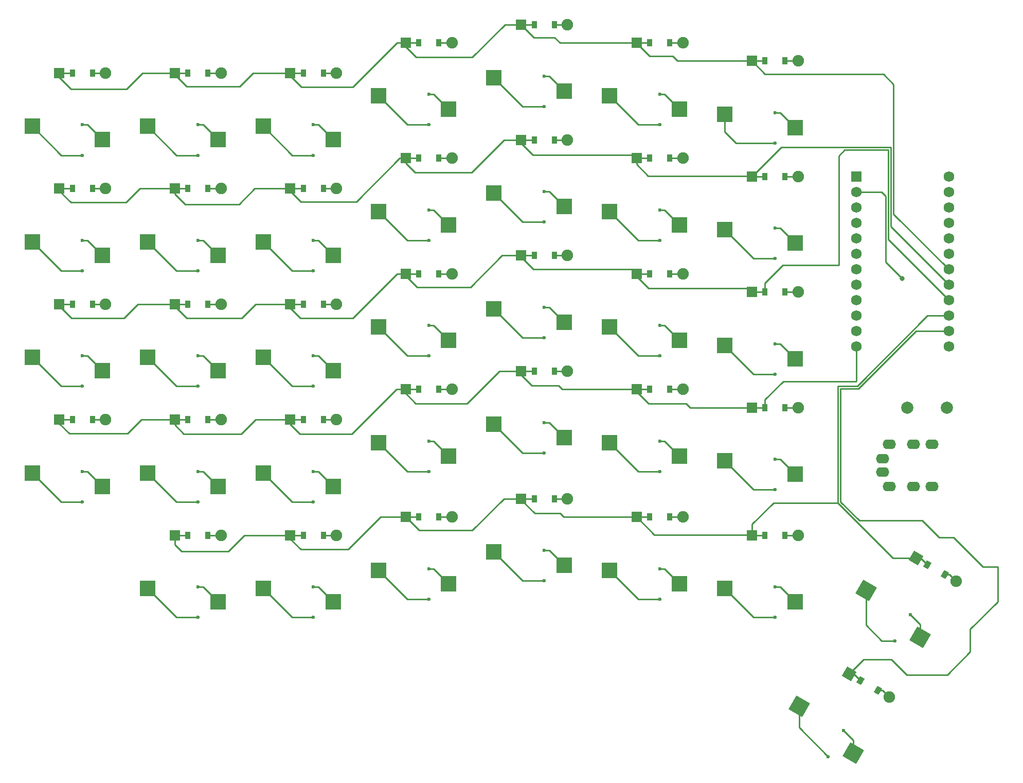
<source format=gbr>
%TF.GenerationSoftware,KiCad,Pcbnew,6.0.2*%
%TF.CreationDate,2022-02-19T14:05:47-05:00*%
%TF.ProjectId,jonkey-v1,6a6f6e6b-6579-42d7-9631-2e6b69636164,v1.0.0*%
%TF.SameCoordinates,Original*%
%TF.FileFunction,Copper,L2,Bot*%
%TF.FilePolarity,Positive*%
%FSLAX46Y46*%
G04 Gerber Fmt 4.6, Leading zero omitted, Abs format (unit mm)*
G04 Created by KiCad (PCBNEW 6.0.2) date 2022-02-19 14:05:47*
%MOMM*%
%LPD*%
G01*
G04 APERTURE LIST*
G04 Aperture macros list*
%AMRotRect*
0 Rectangle, with rotation*
0 The origin of the aperture is its center*
0 $1 length*
0 $2 width*
0 $3 Rotation angle, in degrees counterclockwise*
0 Add horizontal line*
21,1,$1,$2,0,0,$3*%
G04 Aperture macros list end*
%TA.AperFunction,SMDPad,CuDef*%
%ADD10R,0.900000X1.200000*%
%TD*%
%TA.AperFunction,ComponentPad*%
%ADD11C,1.905000*%
%TD*%
%TA.AperFunction,ComponentPad*%
%ADD12R,1.778000X1.778000*%
%TD*%
%TA.AperFunction,ComponentPad*%
%ADD13C,0.600000*%
%TD*%
%TA.AperFunction,SMDPad,CuDef*%
%ADD14R,2.600000X2.600000*%
%TD*%
%TA.AperFunction,SMDPad,CuDef*%
%ADD15RotRect,0.900000X1.200000X330.000000*%
%TD*%
%TA.AperFunction,ComponentPad*%
%ADD16RotRect,1.778000X1.778000X330.000000*%
%TD*%
%TA.AperFunction,SMDPad,CuDef*%
%ADD17RotRect,2.600000X2.600000X150.000000*%
%TD*%
%TA.AperFunction,ComponentPad*%
%ADD18R,1.752600X1.752600*%
%TD*%
%TA.AperFunction,ComponentPad*%
%ADD19C,1.752600*%
%TD*%
%TA.AperFunction,ComponentPad*%
%ADD20C,2.000000*%
%TD*%
%TA.AperFunction,ComponentPad*%
%ADD21O,2.200000X1.600000*%
%TD*%
%TA.AperFunction,ViaPad*%
%ADD22C,0.800000*%
%TD*%
%TA.AperFunction,Conductor*%
%ADD23C,0.250000*%
%TD*%
G04 APERTURE END LIST*
D10*
%TO.P,D1,2*%
%TO.N,macro_bottom*%
X66670000Y-100280000D03*
%TO.P,D1,1*%
%TO.N,P10*%
X63370000Y-100280000D03*
D11*
%TO.N,macro_bottom*%
X68830000Y-100280000D03*
D12*
%TO.P,D1,2*%
%TO.N,P10*%
X61210000Y-100280000D03*
%TD*%
D13*
%TO.P,REF\u002A\u002A,1*%
%TO.N,macro_bottom*%
X65020000Y-108780000D03*
%TD*%
%TO.P,REF\u002A\u002A,1*%
%TO.N,P16*%
X65020000Y-113780000D03*
%TD*%
D14*
%TO.P,S1,1*%
%TO.N,macro_bottom*%
X68295000Y-111230000D03*
%TO.P,S1,2*%
%TO.N,P16*%
X56745000Y-109030000D03*
%TD*%
D10*
%TO.P,D2,2*%
%TO.N,macro_home*%
X66670000Y-81280000D03*
%TO.P,D2,1*%
%TO.N,P6*%
X63370000Y-81280000D03*
D11*
%TO.N,macro_home*%
X68830000Y-81280000D03*
D12*
%TO.P,D2,2*%
%TO.N,P6*%
X61210000Y-81280000D03*
%TD*%
D13*
%TO.P,REF\u002A\u002A,1*%
%TO.N,macro_home*%
X65020000Y-89780000D03*
%TD*%
%TO.P,REF\u002A\u002A,1*%
%TO.N,P16*%
X65020000Y-94780000D03*
%TD*%
D14*
%TO.P,S2,1*%
%TO.N,macro_home*%
X68295000Y-92230000D03*
%TO.P,S2,2*%
%TO.N,P16*%
X56745000Y-90030000D03*
%TD*%
D10*
%TO.P,D3,2*%
%TO.N,macro_top*%
X66670000Y-62280000D03*
%TO.P,D3,1*%
%TO.N,P5*%
X63370000Y-62280000D03*
D11*
%TO.N,macro_top*%
X68830000Y-62280000D03*
D12*
%TO.P,D3,2*%
%TO.N,P5*%
X61210000Y-62280000D03*
%TD*%
D13*
%TO.P,REF\u002A\u002A,1*%
%TO.N,macro_top*%
X65020000Y-70780000D03*
%TD*%
%TO.P,REF\u002A\u002A,1*%
%TO.N,P16*%
X65020000Y-75780000D03*
%TD*%
D14*
%TO.P,S3,1*%
%TO.N,macro_top*%
X68295000Y-73230000D03*
%TO.P,S3,2*%
%TO.N,P16*%
X56745000Y-71030000D03*
%TD*%
D10*
%TO.P,D4,2*%
%TO.N,macro_numbers*%
X66670000Y-43280000D03*
%TO.P,D4,1*%
%TO.N,P4*%
X63370000Y-43280000D03*
D11*
%TO.N,macro_numbers*%
X68830000Y-43280000D03*
D12*
%TO.P,D4,2*%
%TO.N,P4*%
X61210000Y-43280000D03*
%TD*%
D13*
%TO.P,REF\u002A\u002A,1*%
%TO.N,macro_numbers*%
X65020000Y-51780000D03*
%TD*%
%TO.P,REF\u002A\u002A,1*%
%TO.N,P16*%
X65020000Y-56780000D03*
%TD*%
D14*
%TO.P,S4,1*%
%TO.N,macro_numbers*%
X68295000Y-54230000D03*
%TO.P,S4,2*%
%TO.N,P16*%
X56745000Y-52030000D03*
%TD*%
D10*
%TO.P,D5,2*%
%TO.N,command_bottom*%
X85670000Y-100280000D03*
%TO.P,D5,1*%
%TO.N,P10*%
X82370000Y-100280000D03*
D11*
%TO.N,command_bottom*%
X87830000Y-100280000D03*
D12*
%TO.P,D5,2*%
%TO.N,P10*%
X80210000Y-100280000D03*
%TD*%
D13*
%TO.P,REF\u002A\u002A,1*%
%TO.N,command_bottom*%
X84020000Y-108780000D03*
%TD*%
%TO.P,REF\u002A\u002A,1*%
%TO.N,P14*%
X84020000Y-113780000D03*
%TD*%
D14*
%TO.P,S5,1*%
%TO.N,command_bottom*%
X87295000Y-111230000D03*
%TO.P,S5,2*%
%TO.N,P14*%
X75745000Y-109030000D03*
%TD*%
D10*
%TO.P,D6,2*%
%TO.N,command_home*%
X85670000Y-81280000D03*
%TO.P,D6,1*%
%TO.N,P6*%
X82370000Y-81280000D03*
D11*
%TO.N,command_home*%
X87830000Y-81280000D03*
D12*
%TO.P,D6,2*%
%TO.N,P6*%
X80210000Y-81280000D03*
%TD*%
D13*
%TO.P,REF\u002A\u002A,1*%
%TO.N,command_home*%
X84020000Y-89780000D03*
%TD*%
%TO.P,REF\u002A\u002A,1*%
%TO.N,P14*%
X84020000Y-94780000D03*
%TD*%
D14*
%TO.P,S6,1*%
%TO.N,command_home*%
X87295000Y-92230000D03*
%TO.P,S6,2*%
%TO.N,P14*%
X75745000Y-90030000D03*
%TD*%
D10*
%TO.P,D7,2*%
%TO.N,command_top*%
X85670000Y-62280000D03*
%TO.P,D7,1*%
%TO.N,P5*%
X82370000Y-62280000D03*
D11*
%TO.N,command_top*%
X87830000Y-62280000D03*
D12*
%TO.P,D7,2*%
%TO.N,P5*%
X80210000Y-62280000D03*
%TD*%
D13*
%TO.P,REF\u002A\u002A,1*%
%TO.N,command_top*%
X84020000Y-70780000D03*
%TD*%
%TO.P,REF\u002A\u002A,1*%
%TO.N,P14*%
X84020000Y-75780000D03*
%TD*%
D14*
%TO.P,S7,1*%
%TO.N,command_top*%
X87295000Y-73230000D03*
%TO.P,S7,2*%
%TO.N,P14*%
X75745000Y-71030000D03*
%TD*%
D10*
%TO.P,D8,2*%
%TO.N,command_numbers*%
X85670000Y-43280000D03*
%TO.P,D8,1*%
%TO.N,P4*%
X82370000Y-43280000D03*
D11*
%TO.N,command_numbers*%
X87830000Y-43280000D03*
D12*
%TO.P,D8,2*%
%TO.N,P4*%
X80210000Y-43280000D03*
%TD*%
D13*
%TO.P,REF\u002A\u002A,1*%
%TO.N,command_numbers*%
X84020000Y-51780000D03*
%TD*%
%TO.P,REF\u002A\u002A,1*%
%TO.N,P14*%
X84020000Y-56780000D03*
%TD*%
D14*
%TO.P,S8,1*%
%TO.N,command_numbers*%
X87295000Y-54230000D03*
%TO.P,S8,2*%
%TO.N,P14*%
X75745000Y-52030000D03*
%TD*%
D10*
%TO.P,D9,2*%
%TO.N,pinky_bottom*%
X104670000Y-100280000D03*
%TO.P,D9,1*%
%TO.N,P10*%
X101370000Y-100280000D03*
D11*
%TO.N,pinky_bottom*%
X106830000Y-100280000D03*
D12*
%TO.P,D9,2*%
%TO.N,P10*%
X99210000Y-100280000D03*
%TD*%
D13*
%TO.P,REF\u002A\u002A,1*%
%TO.N,pinky_bottom*%
X103020000Y-108780000D03*
%TD*%
%TO.P,REF\u002A\u002A,1*%
%TO.N,P15*%
X103020000Y-113780000D03*
%TD*%
D14*
%TO.P,S9,1*%
%TO.N,pinky_bottom*%
X106295000Y-111230000D03*
%TO.P,S9,2*%
%TO.N,P15*%
X94745000Y-109030000D03*
%TD*%
D10*
%TO.P,D10,2*%
%TO.N,pinky_home*%
X104670000Y-81280000D03*
%TO.P,D10,1*%
%TO.N,P6*%
X101370000Y-81280000D03*
D11*
%TO.N,pinky_home*%
X106830000Y-81280000D03*
D12*
%TO.P,D10,2*%
%TO.N,P6*%
X99210000Y-81280000D03*
%TD*%
D13*
%TO.P,REF\u002A\u002A,1*%
%TO.N,pinky_home*%
X103020000Y-89780000D03*
%TD*%
%TO.P,REF\u002A\u002A,1*%
%TO.N,P15*%
X103020000Y-94780000D03*
%TD*%
D14*
%TO.P,S10,1*%
%TO.N,pinky_home*%
X106295000Y-92230000D03*
%TO.P,S10,2*%
%TO.N,P15*%
X94745000Y-90030000D03*
%TD*%
D10*
%TO.P,D11,2*%
%TO.N,pinky_top*%
X104670000Y-62280000D03*
%TO.P,D11,1*%
%TO.N,P5*%
X101370000Y-62280000D03*
D11*
%TO.N,pinky_top*%
X106830000Y-62280000D03*
D12*
%TO.P,D11,2*%
%TO.N,P5*%
X99210000Y-62280000D03*
%TD*%
D13*
%TO.P,REF\u002A\u002A,1*%
%TO.N,pinky_top*%
X103020000Y-70780000D03*
%TD*%
%TO.P,REF\u002A\u002A,1*%
%TO.N,P15*%
X103020000Y-75780000D03*
%TD*%
D14*
%TO.P,S11,1*%
%TO.N,pinky_top*%
X106295000Y-73230000D03*
%TO.P,S11,2*%
%TO.N,P15*%
X94745000Y-71030000D03*
%TD*%
D10*
%TO.P,D12,2*%
%TO.N,pinky_numbers*%
X104670000Y-43280000D03*
%TO.P,D12,1*%
%TO.N,P4*%
X101370000Y-43280000D03*
D11*
%TO.N,pinky_numbers*%
X106830000Y-43280000D03*
D12*
%TO.P,D12,2*%
%TO.N,P4*%
X99210000Y-43280000D03*
%TD*%
D13*
%TO.P,REF\u002A\u002A,1*%
%TO.N,pinky_numbers*%
X103020000Y-51780000D03*
%TD*%
%TO.P,REF\u002A\u002A,1*%
%TO.N,P15*%
X103020000Y-56780000D03*
%TD*%
D14*
%TO.P,S12,1*%
%TO.N,pinky_numbers*%
X106295000Y-54230000D03*
%TO.P,S12,2*%
%TO.N,P15*%
X94745000Y-52030000D03*
%TD*%
D10*
%TO.P,D13,2*%
%TO.N,ring_bottom*%
X123670000Y-95280000D03*
%TO.P,D13,1*%
%TO.N,P10*%
X120370000Y-95280000D03*
D11*
%TO.N,ring_bottom*%
X125830000Y-95280000D03*
D12*
%TO.P,D13,2*%
%TO.N,P10*%
X118210000Y-95280000D03*
%TD*%
D13*
%TO.P,REF\u002A\u002A,1*%
%TO.N,ring_bottom*%
X122020000Y-103780000D03*
%TD*%
%TO.P,REF\u002A\u002A,1*%
%TO.N,P18*%
X122020000Y-108780000D03*
%TD*%
D14*
%TO.P,S13,1*%
%TO.N,ring_bottom*%
X125295000Y-106230000D03*
%TO.P,S13,2*%
%TO.N,P18*%
X113745000Y-104030000D03*
%TD*%
D10*
%TO.P,D14,2*%
%TO.N,ring_home*%
X123670000Y-76280000D03*
%TO.P,D14,1*%
%TO.N,P6*%
X120370000Y-76280000D03*
D11*
%TO.N,ring_home*%
X125830000Y-76280000D03*
D12*
%TO.P,D14,2*%
%TO.N,P6*%
X118210000Y-76280000D03*
%TD*%
D13*
%TO.P,REF\u002A\u002A,1*%
%TO.N,ring_home*%
X122020000Y-84780000D03*
%TD*%
%TO.P,REF\u002A\u002A,1*%
%TO.N,P18*%
X122020000Y-89780000D03*
%TD*%
D14*
%TO.P,S14,1*%
%TO.N,ring_home*%
X125295000Y-87230000D03*
%TO.P,S14,2*%
%TO.N,P18*%
X113745000Y-85030000D03*
%TD*%
D10*
%TO.P,D15,2*%
%TO.N,ring_top*%
X123670000Y-57280000D03*
%TO.P,D15,1*%
%TO.N,P5*%
X120370000Y-57280000D03*
D11*
%TO.N,ring_top*%
X125830000Y-57280000D03*
D12*
%TO.P,D15,2*%
%TO.N,P5*%
X118210000Y-57280000D03*
%TD*%
D13*
%TO.P,REF\u002A\u002A,1*%
%TO.N,ring_top*%
X122020000Y-65780000D03*
%TD*%
%TO.P,REF\u002A\u002A,1*%
%TO.N,P18*%
X122020000Y-70780000D03*
%TD*%
D14*
%TO.P,S15,1*%
%TO.N,ring_top*%
X125295000Y-68230000D03*
%TO.P,S15,2*%
%TO.N,P18*%
X113745000Y-66030000D03*
%TD*%
D10*
%TO.P,D16,2*%
%TO.N,ring_numbers*%
X123670000Y-38280000D03*
%TO.P,D16,1*%
%TO.N,P4*%
X120370000Y-38280000D03*
D11*
%TO.N,ring_numbers*%
X125830000Y-38280000D03*
D12*
%TO.P,D16,2*%
%TO.N,P4*%
X118210000Y-38280000D03*
%TD*%
D13*
%TO.P,REF\u002A\u002A,1*%
%TO.N,ring_numbers*%
X122020000Y-46780000D03*
%TD*%
%TO.P,REF\u002A\u002A,1*%
%TO.N,P18*%
X122020000Y-51780000D03*
%TD*%
D14*
%TO.P,S16,1*%
%TO.N,ring_numbers*%
X125295000Y-49230000D03*
%TO.P,S16,2*%
%TO.N,P18*%
X113745000Y-47030000D03*
%TD*%
D10*
%TO.P,D17,2*%
%TO.N,middle_bottom*%
X142670000Y-92280000D03*
%TO.P,D17,1*%
%TO.N,P10*%
X139370000Y-92280000D03*
D11*
%TO.N,middle_bottom*%
X144830000Y-92280000D03*
D12*
%TO.P,D17,2*%
%TO.N,P10*%
X137210000Y-92280000D03*
%TD*%
D13*
%TO.P,REF\u002A\u002A,1*%
%TO.N,middle_bottom*%
X141020000Y-100780000D03*
%TD*%
%TO.P,REF\u002A\u002A,1*%
%TO.N,P19*%
X141020000Y-105780000D03*
%TD*%
D14*
%TO.P,S17,1*%
%TO.N,middle_bottom*%
X144295000Y-103230000D03*
%TO.P,S17,2*%
%TO.N,P19*%
X132745000Y-101030000D03*
%TD*%
D10*
%TO.P,D18,2*%
%TO.N,middle_home*%
X142670000Y-73280000D03*
%TO.P,D18,1*%
%TO.N,P6*%
X139370000Y-73280000D03*
D11*
%TO.N,middle_home*%
X144830000Y-73280000D03*
D12*
%TO.P,D18,2*%
%TO.N,P6*%
X137210000Y-73280000D03*
%TD*%
D13*
%TO.P,REF\u002A\u002A,1*%
%TO.N,middle_home*%
X141020000Y-81780000D03*
%TD*%
%TO.P,REF\u002A\u002A,1*%
%TO.N,P19*%
X141020000Y-86780000D03*
%TD*%
D14*
%TO.P,S18,1*%
%TO.N,middle_home*%
X144295000Y-84230000D03*
%TO.P,S18,2*%
%TO.N,P19*%
X132745000Y-82030000D03*
%TD*%
D10*
%TO.P,D19,2*%
%TO.N,middle_top*%
X142670000Y-54280000D03*
%TO.P,D19,1*%
%TO.N,P5*%
X139370000Y-54280000D03*
D11*
%TO.N,middle_top*%
X144830000Y-54280000D03*
D12*
%TO.P,D19,2*%
%TO.N,P5*%
X137210000Y-54280000D03*
%TD*%
D13*
%TO.P,REF\u002A\u002A,1*%
%TO.N,middle_top*%
X141020000Y-62780000D03*
%TD*%
%TO.P,REF\u002A\u002A,1*%
%TO.N,P19*%
X141020000Y-67780000D03*
%TD*%
D14*
%TO.P,S19,1*%
%TO.N,middle_top*%
X144295000Y-65230000D03*
%TO.P,S19,2*%
%TO.N,P19*%
X132745000Y-63030000D03*
%TD*%
D10*
%TO.P,D20,2*%
%TO.N,middle_numbers*%
X142670000Y-35280000D03*
%TO.P,D20,1*%
%TO.N,P4*%
X139370000Y-35280000D03*
D11*
%TO.N,middle_numbers*%
X144830000Y-35280000D03*
D12*
%TO.P,D20,2*%
%TO.N,P4*%
X137210000Y-35280000D03*
%TD*%
D13*
%TO.P,REF\u002A\u002A,1*%
%TO.N,middle_numbers*%
X141020000Y-43780000D03*
%TD*%
%TO.P,REF\u002A\u002A,1*%
%TO.N,P19*%
X141020000Y-48780000D03*
%TD*%
D14*
%TO.P,S20,1*%
%TO.N,middle_numbers*%
X144295000Y-46230000D03*
%TO.P,S20,2*%
%TO.N,P19*%
X132745000Y-44030000D03*
%TD*%
D10*
%TO.P,D21,2*%
%TO.N,index_bottom*%
X161670000Y-95280000D03*
%TO.P,D21,1*%
%TO.N,P10*%
X158370000Y-95280000D03*
D11*
%TO.N,index_bottom*%
X163830000Y-95280000D03*
D12*
%TO.P,D21,2*%
%TO.N,P10*%
X156210000Y-95280000D03*
%TD*%
D13*
%TO.P,REF\u002A\u002A,1*%
%TO.N,index_bottom*%
X160020000Y-103780000D03*
%TD*%
%TO.P,REF\u002A\u002A,1*%
%TO.N,P20*%
X160020000Y-108780000D03*
%TD*%
D14*
%TO.P,S21,1*%
%TO.N,index_bottom*%
X163295000Y-106230000D03*
%TO.P,S21,2*%
%TO.N,P20*%
X151745000Y-104030000D03*
%TD*%
D10*
%TO.P,D22,2*%
%TO.N,index_home*%
X161670000Y-76280000D03*
%TO.P,D22,1*%
%TO.N,P6*%
X158370000Y-76280000D03*
D11*
%TO.N,index_home*%
X163830000Y-76280000D03*
D12*
%TO.P,D22,2*%
%TO.N,P6*%
X156210000Y-76280000D03*
%TD*%
D13*
%TO.P,REF\u002A\u002A,1*%
%TO.N,index_home*%
X160020000Y-84780000D03*
%TD*%
%TO.P,REF\u002A\u002A,1*%
%TO.N,P20*%
X160020000Y-89780000D03*
%TD*%
D14*
%TO.P,S22,1*%
%TO.N,index_home*%
X163295000Y-87230000D03*
%TO.P,S22,2*%
%TO.N,P20*%
X151745000Y-85030000D03*
%TD*%
D10*
%TO.P,D23,2*%
%TO.N,index_top*%
X161670000Y-57280000D03*
%TO.P,D23,1*%
%TO.N,P5*%
X158370000Y-57280000D03*
D11*
%TO.N,index_top*%
X163830000Y-57280000D03*
D12*
%TO.P,D23,2*%
%TO.N,P5*%
X156210000Y-57280000D03*
%TD*%
D13*
%TO.P,REF\u002A\u002A,1*%
%TO.N,index_top*%
X160020000Y-65780000D03*
%TD*%
%TO.P,REF\u002A\u002A,1*%
%TO.N,P20*%
X160020000Y-70780000D03*
%TD*%
D14*
%TO.P,S23,1*%
%TO.N,index_top*%
X163295000Y-68230000D03*
%TO.P,S23,2*%
%TO.N,P20*%
X151745000Y-66030000D03*
%TD*%
D10*
%TO.P,D24,2*%
%TO.N,index_numbers*%
X161670000Y-38280000D03*
%TO.P,D24,1*%
%TO.N,P4*%
X158370000Y-38280000D03*
D11*
%TO.N,index_numbers*%
X163830000Y-38280000D03*
D12*
%TO.P,D24,2*%
%TO.N,P4*%
X156210000Y-38280000D03*
%TD*%
D13*
%TO.P,REF\u002A\u002A,1*%
%TO.N,index_numbers*%
X160020000Y-46780000D03*
%TD*%
%TO.P,REF\u002A\u002A,1*%
%TO.N,P20*%
X160020000Y-51780000D03*
%TD*%
D14*
%TO.P,S24,1*%
%TO.N,index_numbers*%
X163295000Y-49230000D03*
%TO.P,S24,2*%
%TO.N,P20*%
X151745000Y-47030000D03*
%TD*%
D10*
%TO.P,D25,2*%
%TO.N,inner_bottom*%
X180670000Y-98280000D03*
%TO.P,D25,1*%
%TO.N,P10*%
X177370000Y-98280000D03*
D11*
%TO.N,inner_bottom*%
X182830000Y-98280000D03*
D12*
%TO.P,D25,2*%
%TO.N,P10*%
X175210000Y-98280000D03*
%TD*%
D13*
%TO.P,REF\u002A\u002A,1*%
%TO.N,inner_bottom*%
X179020000Y-106780000D03*
%TD*%
%TO.P,REF\u002A\u002A,1*%
%TO.N,P21*%
X179020000Y-111780000D03*
%TD*%
D14*
%TO.P,S25,1*%
%TO.N,inner_bottom*%
X182295000Y-109230000D03*
%TO.P,S25,2*%
%TO.N,P21*%
X170745000Y-107030000D03*
%TD*%
D10*
%TO.P,D26,2*%
%TO.N,inner_home*%
X180670000Y-79280000D03*
%TO.P,D26,1*%
%TO.N,P6*%
X177370000Y-79280000D03*
D11*
%TO.N,inner_home*%
X182830000Y-79280000D03*
D12*
%TO.P,D26,2*%
%TO.N,P6*%
X175210000Y-79280000D03*
%TD*%
D13*
%TO.P,REF\u002A\u002A,1*%
%TO.N,inner_home*%
X179020000Y-87780000D03*
%TD*%
%TO.P,REF\u002A\u002A,1*%
%TO.N,P21*%
X179020000Y-92780000D03*
%TD*%
D14*
%TO.P,S26,1*%
%TO.N,inner_home*%
X182295000Y-90230000D03*
%TO.P,S26,2*%
%TO.N,P21*%
X170745000Y-88030000D03*
%TD*%
D10*
%TO.P,D27,2*%
%TO.N,inner_top*%
X180670000Y-60280000D03*
%TO.P,D27,1*%
%TO.N,P5*%
X177370000Y-60280000D03*
D11*
%TO.N,inner_top*%
X182830000Y-60280000D03*
D12*
%TO.P,D27,2*%
%TO.N,P5*%
X175210000Y-60280000D03*
%TD*%
D13*
%TO.P,REF\u002A\u002A,1*%
%TO.N,inner_top*%
X179020000Y-68780000D03*
%TD*%
%TO.P,REF\u002A\u002A,1*%
%TO.N,P21*%
X179020000Y-73780000D03*
%TD*%
D14*
%TO.P,S27,1*%
%TO.N,inner_top*%
X182295000Y-71230000D03*
%TO.P,S27,2*%
%TO.N,P21*%
X170745000Y-69030000D03*
%TD*%
D10*
%TO.P,D28,2*%
%TO.N,inner_numbers*%
X180670000Y-41280000D03*
%TO.P,D28,1*%
%TO.N,P4*%
X177370000Y-41280000D03*
D11*
%TO.N,inner_numbers*%
X182830000Y-41280000D03*
D12*
%TO.P,D28,2*%
%TO.N,P4*%
X175210000Y-41280000D03*
%TD*%
D13*
%TO.P,REF\u002A\u002A,1*%
%TO.N,inner_numbers*%
X179020000Y-49780000D03*
%TD*%
%TO.P,REF\u002A\u002A,1*%
%TO.N,P21*%
X179020000Y-54780000D03*
%TD*%
D14*
%TO.P,S28,1*%
%TO.N,inner_numbers*%
X182295000Y-52230000D03*
%TO.P,S28,2*%
%TO.N,P21*%
X170745000Y-50030000D03*
%TD*%
D10*
%TO.P,D29,2*%
%TO.N,index_thumb*%
X161670000Y-116280000D03*
%TO.P,D29,1*%
%TO.N,P7*%
X158370000Y-116280000D03*
D11*
%TO.N,index_thumb*%
X163830000Y-116280000D03*
D12*
%TO.P,D29,2*%
%TO.N,P7*%
X156210000Y-116280000D03*
%TD*%
D13*
%TO.P,REF\u002A\u002A,1*%
%TO.N,index_thumb*%
X160020000Y-124780000D03*
%TD*%
%TO.P,REF\u002A\u002A,1*%
%TO.N,P20*%
X160020000Y-129780000D03*
%TD*%
D14*
%TO.P,S29,1*%
%TO.N,index_thumb*%
X163295000Y-127230000D03*
%TO.P,S29,2*%
%TO.N,P20*%
X151745000Y-125030000D03*
%TD*%
D10*
%TO.P,D30,2*%
%TO.N,inner_thumb*%
X180670000Y-119280000D03*
%TO.P,D30,1*%
%TO.N,P7*%
X177370000Y-119280000D03*
D11*
%TO.N,inner_thumb*%
X182830000Y-119280000D03*
D12*
%TO.P,D30,2*%
%TO.N,P7*%
X175210000Y-119280000D03*
%TD*%
D13*
%TO.P,REF\u002A\u002A,1*%
%TO.N,inner_thumb*%
X179020000Y-127780000D03*
%TD*%
%TO.P,REF\u002A\u002A,1*%
%TO.N,P21*%
X179020000Y-132780000D03*
%TD*%
D14*
%TO.P,S30,1*%
%TO.N,inner_thumb*%
X182295000Y-130230000D03*
%TO.P,S30,2*%
%TO.N,P21*%
X170745000Y-128030000D03*
%TD*%
D15*
%TO.P,D31,2*%
%TO.N,far_thumb*%
X206948942Y-125774873D03*
%TO.P,D31,1*%
%TO.N,P7*%
X204091058Y-124124873D03*
D11*
%TO.N,far_thumb*%
X208819557Y-126854873D03*
D16*
%TO.P,D31,2*%
%TO.N,P7*%
X202220443Y-123044873D03*
%TD*%
D13*
%TO.P,REF\u002A\u002A,1*%
%TO.N,far_thumb*%
X201270000Y-132311089D03*
%TD*%
%TO.P,REF\u002A\u002A,1*%
%TO.N,P9*%
X198770000Y-136641216D03*
%TD*%
D17*
%TO.P,S31,1*%
%TO.N,far_thumb*%
X202881233Y-136070351D03*
%TO.P,S31,2*%
%TO.N,P9*%
X193978640Y-128390095D03*
%TD*%
D15*
%TO.P,D32,2*%
%TO.N,near_thumb*%
X195948942Y-144827432D03*
%TO.P,D32,1*%
%TO.N,P8*%
X193091058Y-143177432D03*
D11*
%TO.N,near_thumb*%
X197819557Y-145907432D03*
D16*
%TO.P,D32,2*%
%TO.N,P8*%
X191220443Y-142097432D03*
%TD*%
D13*
%TO.P,REF\u002A\u002A,1*%
%TO.N,near_thumb*%
X190270000Y-151363648D03*
%TD*%
%TO.P,REF\u002A\u002A,1*%
%TO.N,P9*%
X187770000Y-155693775D03*
%TD*%
D17*
%TO.P,S32,1*%
%TO.N,near_thumb*%
X191881233Y-155122910D03*
%TO.P,S32,2*%
%TO.N,P9*%
X182978640Y-147442654D03*
%TD*%
D10*
%TO.P,D33,2*%
%TO.N,ctrl_thumb*%
X85670000Y-119280000D03*
%TO.P,D33,1*%
%TO.N,P7*%
X82370000Y-119280000D03*
D11*
%TO.N,ctrl_thumb*%
X87830000Y-119280000D03*
D12*
%TO.P,D33,2*%
%TO.N,P7*%
X80210000Y-119280000D03*
%TD*%
D13*
%TO.P,REF\u002A\u002A,1*%
%TO.N,ctrl_thumb*%
X84020000Y-127780000D03*
%TD*%
%TO.P,REF\u002A\u002A,1*%
%TO.N,P14*%
X84020000Y-132780000D03*
%TD*%
D14*
%TO.P,S33,1*%
%TO.N,ctrl_thumb*%
X87295000Y-130230000D03*
%TO.P,S33,2*%
%TO.N,P14*%
X75745000Y-128030000D03*
%TD*%
D10*
%TO.P,D34,2*%
%TO.N,meta_thumb*%
X104670000Y-119280000D03*
%TO.P,D34,1*%
%TO.N,P7*%
X101370000Y-119280000D03*
D11*
%TO.N,meta_thumb*%
X106830000Y-119280000D03*
D12*
%TO.P,D34,2*%
%TO.N,P7*%
X99210000Y-119280000D03*
%TD*%
D13*
%TO.P,REF\u002A\u002A,1*%
%TO.N,meta_thumb*%
X103020000Y-127780000D03*
%TD*%
%TO.P,REF\u002A\u002A,1*%
%TO.N,P15*%
X103020000Y-132780000D03*
%TD*%
D14*
%TO.P,S34,1*%
%TO.N,meta_thumb*%
X106295000Y-130230000D03*
%TO.P,S34,2*%
%TO.N,P15*%
X94745000Y-128030000D03*
%TD*%
D10*
%TO.P,D35,2*%
%TO.N,alt_thumb*%
X123670000Y-116280000D03*
%TO.P,D35,1*%
%TO.N,P7*%
X120370000Y-116280000D03*
D11*
%TO.N,alt_thumb*%
X125830000Y-116280000D03*
D12*
%TO.P,D35,2*%
%TO.N,P7*%
X118210000Y-116280000D03*
%TD*%
D13*
%TO.P,REF\u002A\u002A,1*%
%TO.N,alt_thumb*%
X122020000Y-124780000D03*
%TD*%
%TO.P,REF\u002A\u002A,1*%
%TO.N,P18*%
X122020000Y-129780000D03*
%TD*%
D14*
%TO.P,S35,1*%
%TO.N,alt_thumb*%
X125295000Y-127230000D03*
%TO.P,S35,2*%
%TO.N,P18*%
X113745000Y-125030000D03*
%TD*%
D10*
%TO.P,D36,2*%
%TO.N,fn_thumb*%
X142670000Y-113280000D03*
%TO.P,D36,1*%
%TO.N,P7*%
X139370000Y-113280000D03*
D11*
%TO.N,fn_thumb*%
X144830000Y-113280000D03*
D12*
%TO.P,D36,2*%
%TO.N,P7*%
X137210000Y-113280000D03*
%TD*%
D13*
%TO.P,REF\u002A\u002A,1*%
%TO.N,fn_thumb*%
X141020000Y-121780000D03*
%TD*%
%TO.P,REF\u002A\u002A,1*%
%TO.N,P19*%
X141020000Y-126780000D03*
%TD*%
D14*
%TO.P,S36,1*%
%TO.N,fn_thumb*%
X144295000Y-124230000D03*
%TO.P,S36,2*%
%TO.N,P19*%
X132745000Y-122030000D03*
%TD*%
D18*
%TO.P,MCU1,1*%
%TO.N,RAW*%
X192400000Y-60310000D03*
D19*
%TO.P,MCU1,2*%
%TO.N,GND*%
X192400000Y-62850000D03*
%TO.P,MCU1,3*%
%TO.N,RST*%
X192400000Y-65390000D03*
%TO.P,MCU1,4*%
%TO.N,VCC*%
X192400000Y-67930000D03*
%TO.P,MCU1,5*%
%TO.N,P21*%
X192400000Y-70470000D03*
%TO.P,MCU1,6*%
%TO.N,P20*%
X192400000Y-73010000D03*
%TO.P,MCU1,7*%
%TO.N,P19*%
X192400000Y-75550000D03*
%TO.P,MCU1,8*%
%TO.N,P18*%
X192400000Y-78090000D03*
%TO.P,MCU1,9*%
%TO.N,P15*%
X192400000Y-80630000D03*
%TO.P,MCU1,10*%
%TO.N,P14*%
X192400000Y-83170000D03*
%TO.P,MCU1,11*%
%TO.N,P16*%
X192400000Y-85710000D03*
%TO.P,MCU1,12*%
%TO.N,P10*%
X192400000Y-88250000D03*
%TO.P,MCU1,13*%
%TO.N,P1*%
X207640000Y-60310000D03*
%TO.P,MCU1,14*%
%TO.N,P0*%
X207640000Y-62850000D03*
%TO.P,MCU1,15*%
%TO.N,GND*%
X207640000Y-65390000D03*
%TO.P,MCU1,16*%
X207640000Y-67930000D03*
%TO.P,MCU1,17*%
%TO.N,P2*%
X207640000Y-70470000D03*
%TO.P,MCU1,18*%
%TO.N,P3*%
X207640000Y-73010000D03*
%TO.P,MCU1,19*%
%TO.N,P4*%
X207640000Y-75550000D03*
%TO.P,MCU1,20*%
%TO.N,P5*%
X207640000Y-78090000D03*
%TO.P,MCU1,21*%
%TO.N,P6*%
X207640000Y-80630000D03*
%TO.P,MCU1,22*%
%TO.N,P7*%
X207640000Y-83170000D03*
%TO.P,MCU1,23*%
%TO.N,P8*%
X207640000Y-85710000D03*
%TO.P,MCU1,24*%
%TO.N,P9*%
X207640000Y-88250000D03*
%TD*%
D20*
%TO.P,B1,1*%
%TO.N,RST*%
X200770000Y-98280000D03*
%TO.P,B1,2*%
%TO.N,GND*%
X207270000Y-98280000D03*
%TD*%
D21*
%TO.P,REF\u002A\u002A,1*%
%TO.N,VCC*%
X196720000Y-106680000D03*
%TO.P,REF\u002A\u002A,2*%
%TO.N,P2*%
X197820000Y-111280000D03*
%TO.P,REF\u002A\u002A,3*%
%TO.N,P3*%
X201820000Y-111280000D03*
%TO.P,REF\u002A\u002A,4*%
%TO.N,GND*%
X204820000Y-111280000D03*
%TO.P,REF\u002A\u002A,1*%
%TO.N,VCC*%
X196720000Y-108880000D03*
%TO.P,REF\u002A\u002A,2*%
%TO.N,P2*%
X197820000Y-104280000D03*
%TO.P,REF\u002A\u002A,3*%
%TO.N,P3*%
X201820000Y-104280000D03*
%TO.P,REF\u002A\u002A,4*%
%TO.N,GND*%
X204820000Y-104280000D03*
%TD*%
D22*
%TO.N,GND*%
X199954374Y-77074874D03*
%TD*%
D23*
%TO.N,GND*%
X197191379Y-63500000D02*
X197191379Y-72429479D01*
X197191379Y-72429479D02*
X197189860Y-72430998D01*
X192400000Y-62850000D02*
X196541379Y-62850000D01*
X196541379Y-62850000D02*
X197191379Y-63500000D01*
X197189860Y-72430998D02*
X197189860Y-74310360D01*
X197189860Y-74310360D02*
X199954374Y-77074874D01*
%TO.N,P16*%
X56745000Y-109030000D02*
X61495000Y-113780000D01*
X61495000Y-113780000D02*
X65020000Y-113780000D01*
%TO.N,macro_bottom*%
X65020000Y-108780000D02*
X65845000Y-108780000D01*
X65845000Y-108780000D02*
X68295000Y-111230000D01*
%TO.N,P14*%
X75745000Y-109030000D02*
X80495000Y-113780000D01*
X80495000Y-113780000D02*
X84020000Y-113780000D01*
%TO.N,command_bottom*%
X84020000Y-108780000D02*
X84845000Y-108780000D01*
X84845000Y-108780000D02*
X87295000Y-111230000D01*
%TO.N,P15*%
X94745000Y-109030000D02*
X99495000Y-113780000D01*
X99495000Y-113780000D02*
X103020000Y-113780000D01*
%TO.N,pinky_bottom*%
X103020000Y-108780000D02*
X103845000Y-108780000D01*
X103845000Y-108780000D02*
X106295000Y-111230000D01*
%TO.N,P18*%
X113745000Y-104030000D02*
X118495000Y-108780000D01*
X118495000Y-108780000D02*
X122020000Y-108780000D01*
%TO.N,ring_bottom*%
X122020000Y-103780000D02*
X122845000Y-103780000D01*
X122845000Y-103780000D02*
X125295000Y-106230000D01*
%TO.N,P19*%
X132745000Y-101030000D02*
X137495000Y-105780000D01*
X137495000Y-105780000D02*
X141020000Y-105780000D01*
%TO.N,middle_bottom*%
X141020000Y-100780000D02*
X141845000Y-100780000D01*
X141845000Y-100780000D02*
X144295000Y-103230000D01*
%TO.N,index_bottom*%
X160020000Y-103780000D02*
X160845000Y-103780000D01*
X160845000Y-103780000D02*
X163295000Y-106230000D01*
%TO.N,P20*%
X151745000Y-104030000D02*
X156495000Y-108780000D01*
X156495000Y-108780000D02*
X160020000Y-108780000D01*
%TO.N,index_home*%
X160020000Y-84780000D02*
X160845000Y-84780000D01*
X160845000Y-84780000D02*
X163295000Y-87230000D01*
%TO.N,P20*%
X151745000Y-85030000D02*
X156495000Y-89780000D01*
X156495000Y-89780000D02*
X160020000Y-89780000D01*
%TO.N,middle_home*%
X141020000Y-81780000D02*
X141845000Y-81780000D01*
X141845000Y-81780000D02*
X144295000Y-84230000D01*
%TO.N,P19*%
X132745000Y-82030000D02*
X137495000Y-86780000D01*
X137495000Y-86780000D02*
X141020000Y-86780000D01*
%TO.N,ring_home*%
X122020000Y-84780000D02*
X122845000Y-84780000D01*
X122845000Y-84780000D02*
X125295000Y-87230000D01*
%TO.N,P18*%
X113745000Y-85030000D02*
X118495000Y-89780000D01*
X118495000Y-89780000D02*
X122020000Y-89780000D01*
%TO.N,pinky_home*%
X103020000Y-89780000D02*
X103845000Y-89780000D01*
X103845000Y-89780000D02*
X106295000Y-92230000D01*
%TO.N,P15*%
X94745000Y-90030000D02*
X99495000Y-94780000D01*
X99495000Y-94780000D02*
X103020000Y-94780000D01*
%TO.N,command_home*%
X84020000Y-89780000D02*
X84845000Y-89780000D01*
X84845000Y-89780000D02*
X87295000Y-92230000D01*
%TO.N,P14*%
X75745000Y-90030000D02*
X80495000Y-94780000D01*
X80495000Y-94780000D02*
X84020000Y-94780000D01*
%TO.N,macro_home*%
X65020000Y-89780000D02*
X65845000Y-89780000D01*
X65845000Y-89780000D02*
X68295000Y-92230000D01*
%TO.N,P16*%
X56745000Y-90030000D02*
X61495000Y-94780000D01*
X61495000Y-94780000D02*
X65020000Y-94780000D01*
X56745000Y-71030000D02*
X61495000Y-75780000D01*
X61495000Y-75780000D02*
X65020000Y-75780000D01*
%TO.N,macro_top*%
X65020000Y-70780000D02*
X65845000Y-70780000D01*
X65845000Y-70780000D02*
X68295000Y-73230000D01*
%TO.N,command_top*%
X84020000Y-70780000D02*
X84845000Y-70780000D01*
X84845000Y-70780000D02*
X87295000Y-73230000D01*
%TO.N,P14*%
X75745000Y-71030000D02*
X80495000Y-75780000D01*
X80495000Y-75780000D02*
X84020000Y-75780000D01*
%TO.N,P15*%
X94745000Y-71030000D02*
X99495000Y-75780000D01*
X99495000Y-75780000D02*
X103020000Y-75780000D01*
%TO.N,pinky_top*%
X103020000Y-70780000D02*
X103845000Y-70780000D01*
X103845000Y-70780000D02*
X106295000Y-73230000D01*
%TO.N,P18*%
X113745000Y-66030000D02*
X118495000Y-70780000D01*
X118495000Y-70780000D02*
X122020000Y-70780000D01*
%TO.N,ring_top*%
X122020000Y-65780000D02*
X122845000Y-65780000D01*
X122845000Y-65780000D02*
X125295000Y-68230000D01*
%TO.N,P19*%
X132745000Y-63030000D02*
X137495000Y-67780000D01*
X137495000Y-67780000D02*
X141020000Y-67780000D01*
%TO.N,middle_top*%
X141020000Y-62780000D02*
X141845000Y-62780000D01*
X141845000Y-62780000D02*
X144295000Y-65230000D01*
%TO.N,P20*%
X151745000Y-66030000D02*
X156495000Y-70780000D01*
X156495000Y-70780000D02*
X160020000Y-70780000D01*
%TO.N,index_top*%
X160020000Y-65780000D02*
X160845000Y-65780000D01*
X160845000Y-65780000D02*
X163295000Y-68230000D01*
%TO.N,P16*%
X56745000Y-52030000D02*
X61495000Y-56780000D01*
X61495000Y-56780000D02*
X65020000Y-56780000D01*
%TO.N,macro_numbers*%
X65020000Y-51780000D02*
X65845000Y-51780000D01*
X65845000Y-51780000D02*
X68295000Y-54230000D01*
%TO.N,P14*%
X75745000Y-52030000D02*
X80495000Y-56780000D01*
X80495000Y-56780000D02*
X84020000Y-56780000D01*
%TO.N,command_numbers*%
X84020000Y-51780000D02*
X84845000Y-51780000D01*
X84845000Y-51780000D02*
X87295000Y-54230000D01*
%TO.N,P15*%
X94745000Y-52030000D02*
X99495000Y-56780000D01*
X99495000Y-56780000D02*
X103020000Y-56780000D01*
%TO.N,pinky_numbers*%
X103020000Y-51780000D02*
X103845000Y-51780000D01*
X103845000Y-51780000D02*
X106295000Y-54230000D01*
%TO.N,P18*%
X113745000Y-47030000D02*
X118495000Y-51780000D01*
X118495000Y-51780000D02*
X122020000Y-51780000D01*
%TO.N,ring_numbers*%
X122020000Y-46780000D02*
X122845000Y-46780000D01*
X122845000Y-46780000D02*
X125295000Y-49230000D01*
%TO.N,P19*%
X132745000Y-44030000D02*
X137495000Y-48780000D01*
X137495000Y-48780000D02*
X141020000Y-48780000D01*
%TO.N,middle_numbers*%
X141020000Y-43780000D02*
X141845000Y-43780000D01*
X141845000Y-43780000D02*
X144295000Y-46230000D01*
%TO.N,P20*%
X151745000Y-47030000D02*
X156495000Y-51780000D01*
X156495000Y-51780000D02*
X160020000Y-51780000D01*
%TO.N,index_numbers*%
X160020000Y-46780000D02*
X160845000Y-46780000D01*
X160845000Y-46780000D02*
X163295000Y-49230000D01*
%TO.N,macro_numbers*%
X66670000Y-43280000D02*
X68830000Y-43280000D01*
%TO.N,P4*%
X61210000Y-43280000D02*
X63370000Y-43280000D01*
X80210000Y-43280000D02*
X74855818Y-43280000D01*
X74855818Y-43280000D02*
X72276949Y-45858869D01*
X72276949Y-45858869D02*
X63081754Y-45858869D01*
X63081754Y-45858869D02*
X61210000Y-43987115D01*
X61210000Y-43987115D02*
X61210000Y-43280000D01*
%TO.N,command_numbers*%
X85670000Y-43280000D02*
X87830000Y-43280000D01*
%TO.N,P4*%
X80210000Y-43280000D02*
X82370000Y-43280000D01*
X99210000Y-43280000D02*
X93118527Y-43280000D01*
X93118527Y-43280000D02*
X90886728Y-45511799D01*
X90886728Y-45511799D02*
X82163827Y-45511799D01*
X82163827Y-45511799D02*
X80210000Y-43557972D01*
X80210000Y-43557972D02*
X80210000Y-43280000D01*
%TO.N,pinky_numbers*%
X104670000Y-43280000D02*
X106830000Y-43280000D01*
%TO.N,P4*%
X99210000Y-43280000D02*
X101370000Y-43280000D01*
X118210000Y-38280000D02*
X116798722Y-38280000D01*
X116798722Y-38280000D02*
X109542813Y-45535909D01*
X109542813Y-45535909D02*
X101057418Y-45535909D01*
X101057418Y-45535909D02*
X99210000Y-43688491D01*
X99210000Y-43688491D02*
X99210000Y-43280000D01*
%TO.N,ring_numbers*%
X123670000Y-38280000D02*
X125830000Y-38280000D01*
%TO.N,P4*%
X118210000Y-38280000D02*
X120370000Y-38280000D01*
X137210000Y-35280000D02*
X134581026Y-35280000D01*
X134581026Y-35280000D02*
X129182272Y-40678754D01*
X129182272Y-40678754D02*
X119949923Y-40678754D01*
X118210000Y-38938831D02*
X118210000Y-38280000D01*
X119949923Y-40678754D02*
X118210000Y-38938831D01*
%TO.N,macro_top*%
X66670000Y-62280000D02*
X68830000Y-62280000D01*
%TO.N,P5*%
X61210000Y-62280000D02*
X63370000Y-62280000D01*
X80210000Y-62280000D02*
X74435714Y-62280000D01*
X74435714Y-62280000D02*
X72168264Y-64547450D01*
X72168264Y-64547450D02*
X63112845Y-64547450D01*
X63112845Y-64547450D02*
X61210000Y-62644605D01*
X61210000Y-62644605D02*
X61210000Y-62280000D01*
%TO.N,command_top*%
X85670000Y-62280000D02*
X87830000Y-62280000D01*
%TO.N,P5*%
X80210000Y-62280000D02*
X82370000Y-62280000D01*
X99210000Y-62280000D02*
X93385551Y-62280000D01*
X93385551Y-62280000D02*
X90828791Y-64836760D01*
X90828791Y-64836760D02*
X81918028Y-64836760D01*
X81918028Y-64836760D02*
X80210000Y-63128732D01*
X80210000Y-63128732D02*
X80210000Y-62280000D01*
%TO.N,pinky_top*%
X104670000Y-62280000D02*
X106830000Y-62280000D01*
%TO.N,P5*%
X99210000Y-62280000D02*
X101370000Y-62280000D01*
%TO.N,ring_top*%
X123670000Y-57280000D02*
X125830000Y-57280000D01*
%TO.N,P5*%
X118210000Y-57280000D02*
X120370000Y-57280000D01*
%TO.N,middle_top*%
X142670000Y-54280000D02*
X144830000Y-54280000D01*
%TO.N,P5*%
X137210000Y-54280000D02*
X139370000Y-54280000D01*
%TO.N,index_top*%
X161670000Y-57280000D02*
X163830000Y-57280000D01*
%TO.N,P5*%
X156210000Y-57280000D02*
X158370000Y-57280000D01*
X110125802Y-64402795D02*
X100925728Y-64402795D01*
X100925728Y-64402795D02*
X99210000Y-62687067D01*
X118210000Y-57280000D02*
X117248597Y-57280000D01*
X117248597Y-57280000D02*
X110125802Y-64402795D01*
X99210000Y-62687067D02*
X99210000Y-62280000D01*
X137210000Y-54280000D02*
X134395880Y-54280000D01*
X134395880Y-54280000D02*
X129046709Y-59629171D01*
X129046709Y-59629171D02*
X119788773Y-59629171D01*
X118210000Y-58050398D02*
X118210000Y-57280000D01*
X119788773Y-59629171D02*
X118210000Y-58050398D01*
X155637135Y-56707135D02*
X139114715Y-56707135D01*
X156210000Y-57280000D02*
X155637135Y-56707135D01*
X139114715Y-56707135D02*
X137210000Y-54802420D01*
X137210000Y-54802420D02*
X137210000Y-54280000D01*
X175210000Y-60280000D02*
X175120979Y-60190979D01*
X175120979Y-60190979D02*
X158132561Y-60190979D01*
X158132561Y-60190979D02*
X156210000Y-58268418D01*
X156210000Y-58268418D02*
X156210000Y-57280000D01*
%TO.N,macro_home*%
X66670000Y-81280000D02*
X68830000Y-81280000D01*
%TO.N,P6*%
X61210000Y-81280000D02*
X63370000Y-81280000D01*
X80210000Y-81280000D02*
X74105181Y-81280000D01*
X74105181Y-81280000D02*
X71848560Y-83536621D01*
X71848560Y-83536621D02*
X63198175Y-83536621D01*
X63198175Y-83536621D02*
X61210000Y-81548446D01*
X61210000Y-81548446D02*
X61210000Y-81280000D01*
%TO.N,command_home*%
X85670000Y-81280000D02*
X87830000Y-81280000D01*
%TO.N,P6*%
X80210000Y-81280000D02*
X82370000Y-81280000D01*
X99210000Y-81280000D02*
X93488984Y-81280000D01*
X93488984Y-81280000D02*
X91203431Y-83565553D01*
X91203431Y-83565553D02*
X82176945Y-83565553D01*
X82176945Y-83565553D02*
X80210000Y-81598608D01*
X80210000Y-81598608D02*
X80210000Y-81280000D01*
%TO.N,pinky_home*%
X104670000Y-81280000D02*
X106830000Y-81280000D01*
%TO.N,P6*%
X99210000Y-81280000D02*
X101370000Y-81280000D01*
X118210000Y-76280000D02*
X116831271Y-76280000D01*
X109516787Y-83594484D02*
X100895334Y-83594484D01*
X116831271Y-76280000D02*
X109516787Y-83594484D01*
X100895334Y-83594484D02*
X99210000Y-81909150D01*
X99210000Y-81909150D02*
X99210000Y-81280000D01*
%TO.N,ring_home*%
X123670000Y-76280000D02*
X125830000Y-76280000D01*
%TO.N,P6*%
X118210000Y-76280000D02*
X120370000Y-76280000D01*
X137210000Y-73280000D02*
X134065348Y-73280000D01*
X128871660Y-78473688D02*
X120076621Y-78473688D01*
X134065348Y-73280000D02*
X128871660Y-78473688D01*
X120076621Y-78473688D02*
X118210000Y-76607067D01*
X118210000Y-76607067D02*
X118210000Y-76280000D01*
%TO.N,index_home*%
X161670000Y-76280000D02*
X163830000Y-76280000D01*
%TO.N,P6*%
X156210000Y-76280000D02*
X158370000Y-76280000D01*
%TO.N,middle_home*%
X142670000Y-73280000D02*
X144830000Y-73280000D01*
%TO.N,P6*%
X137210000Y-73280000D02*
X139370000Y-73280000D01*
X155452720Y-75522720D02*
X139228977Y-75522720D01*
X156210000Y-76280000D02*
X155452720Y-75522720D01*
X139228977Y-75522720D02*
X137210000Y-73503743D01*
X137210000Y-73503743D02*
X137210000Y-73280000D01*
X174577274Y-78647274D02*
X158178815Y-78647274D01*
X175210000Y-79280000D02*
X174577274Y-78647274D01*
X158178815Y-78647274D02*
X156210000Y-76678459D01*
X156210000Y-76678459D02*
X156210000Y-76280000D01*
%TO.N,macro_bottom*%
X66670000Y-100280000D02*
X68830000Y-100280000D01*
%TO.N,P10*%
X61210000Y-100280000D02*
X63370000Y-100280000D01*
X80210000Y-100280000D02*
X74724903Y-100280000D01*
X74724903Y-100280000D02*
X72433113Y-102571790D01*
X72433113Y-102571790D02*
X62856935Y-102571790D01*
X62856935Y-102571790D02*
X61210000Y-100924855D01*
X61210000Y-100924855D02*
X61210000Y-100280000D01*
%TO.N,command_bottom*%
X85670000Y-100280000D02*
X87830000Y-100280000D01*
%TO.N,P10*%
X80210000Y-100280000D02*
X82370000Y-100280000D01*
X99210000Y-100280000D02*
X93472224Y-100280000D01*
X80210000Y-101119672D02*
X80210000Y-100280000D01*
X93472224Y-100280000D02*
X91151503Y-102600721D01*
X91151503Y-102600721D02*
X81691049Y-102600721D01*
X81691049Y-102600721D02*
X80210000Y-101119672D01*
%TO.N,pinky_bottom*%
X104670000Y-100280000D02*
X106830000Y-100280000D01*
%TO.N,P10*%
X99210000Y-100280000D02*
X101370000Y-100280000D01*
X118210000Y-95280000D02*
X116698786Y-95280000D01*
X116698786Y-95280000D02*
X109378065Y-102600721D01*
X109378065Y-102600721D02*
X100785543Y-102600721D01*
X100785543Y-102600721D02*
X99210000Y-101025178D01*
X99210000Y-101025178D02*
X99210000Y-100280000D01*
%TO.N,ring_bottom*%
X123670000Y-95280000D02*
X125830000Y-95280000D01*
%TO.N,P10*%
X118210000Y-95280000D02*
X120370000Y-95280000D01*
X128327903Y-97624581D02*
X119880036Y-97624581D01*
X137210000Y-92280000D02*
X133672484Y-92280000D01*
X133672484Y-92280000D02*
X128327903Y-97624581D01*
X119880036Y-97624581D02*
X118210000Y-95954545D01*
X118210000Y-95954545D02*
X118210000Y-95280000D01*
%TO.N,middle_bottom*%
X142670000Y-92280000D02*
X144830000Y-92280000D01*
%TO.N,P10*%
X137210000Y-92280000D02*
X139370000Y-92280000D01*
X143342041Y-94644682D02*
X138974530Y-94644682D01*
X143977359Y-95280000D02*
X143342041Y-94644682D01*
X156210000Y-95280000D02*
X143977359Y-95280000D01*
X138974530Y-94644682D02*
X137210000Y-92880152D01*
X137210000Y-92880152D02*
X137210000Y-92280000D01*
%TO.N,index_bottom*%
X161670000Y-95280000D02*
X163830000Y-95280000D01*
%TO.N,P10*%
X156210000Y-95280000D02*
X158370000Y-95280000D01*
X164368614Y-97624581D02*
X158184747Y-97624581D01*
X165024033Y-98280000D02*
X164368614Y-97624581D01*
X175210000Y-98280000D02*
X165024033Y-98280000D01*
X158184747Y-97624581D02*
X156210000Y-95649834D01*
X156210000Y-95649834D02*
X156210000Y-95280000D01*
%TO.N,P14*%
X75745000Y-128030000D02*
X80495000Y-132780000D01*
X80495000Y-132780000D02*
X84020000Y-132780000D01*
%TO.N,ctrl_thumb*%
X84020000Y-127780000D02*
X84845000Y-127780000D01*
X84845000Y-127780000D02*
X87295000Y-130230000D01*
%TO.N,P15*%
X94745000Y-128030000D02*
X99495000Y-132780000D01*
X99495000Y-132780000D02*
X103020000Y-132780000D01*
%TO.N,meta_thumb*%
X103020000Y-127780000D02*
X103845000Y-127780000D01*
X103845000Y-127780000D02*
X106295000Y-130230000D01*
%TO.N,P18*%
X113745000Y-125030000D02*
X118495000Y-129780000D01*
X118495000Y-129780000D02*
X122020000Y-129780000D01*
%TO.N,alt_thumb*%
X122020000Y-124780000D02*
X122845000Y-124780000D01*
X122845000Y-124780000D02*
X125295000Y-127230000D01*
%TO.N,P19*%
X132745000Y-122030000D02*
X137495000Y-126780000D01*
X137495000Y-126780000D02*
X141020000Y-126780000D01*
%TO.N,fn_thumb*%
X141020000Y-121780000D02*
X141845000Y-121780000D01*
X141845000Y-121780000D02*
X144295000Y-124230000D01*
%TO.N,ctrl_thumb*%
X85670000Y-119280000D02*
X87830000Y-119280000D01*
%TO.N,P7*%
X80210000Y-119280000D02*
X82370000Y-119280000D01*
X99210000Y-119280000D02*
X91650166Y-119280000D01*
X91650166Y-119280000D02*
X89010166Y-121920000D01*
X81280000Y-121920000D02*
X80210000Y-120850000D01*
X89010166Y-121920000D02*
X81280000Y-121920000D01*
X80210000Y-120850000D02*
X80210000Y-119280000D01*
%TO.N,meta_thumb*%
X104670000Y-119280000D02*
X106830000Y-119280000D01*
%TO.N,P7*%
X99210000Y-119280000D02*
X101370000Y-119280000D01*
X108723930Y-121613184D02*
X100947264Y-121613184D01*
X118210000Y-116280000D02*
X114057114Y-116280000D01*
X114057114Y-116280000D02*
X108723930Y-121613184D01*
X100947264Y-121613184D02*
X99210000Y-119875920D01*
X99210000Y-119875920D02*
X99210000Y-119280000D01*
%TO.N,alt_thumb*%
X123670000Y-116280000D02*
X125830000Y-116280000D01*
%TO.N,P7*%
X118210000Y-116280000D02*
X120370000Y-116280000D01*
X137210000Y-113280000D02*
X134381027Y-113280000D01*
X134381027Y-113280000D02*
X129172396Y-118488631D01*
X129172396Y-118488631D02*
X120418631Y-118488631D01*
X120418631Y-118488631D02*
X118210000Y-116280000D01*
%TO.N,fn_thumb*%
X142670000Y-113280000D02*
X144830000Y-113280000D01*
%TO.N,P7*%
X137210000Y-113280000D02*
X139370000Y-113280000D01*
X143649495Y-115676533D02*
X139448706Y-115676533D01*
X156210000Y-116280000D02*
X144252962Y-116280000D01*
X144252962Y-116280000D02*
X143649495Y-115676533D01*
X139448706Y-115676533D02*
X137210000Y-113437827D01*
X137210000Y-113437827D02*
X137210000Y-113280000D01*
%TO.N,index_thumb*%
X161670000Y-116280000D02*
X163830000Y-116280000D01*
%TO.N,P7*%
X156210000Y-116280000D02*
X158370000Y-116280000D01*
X175210000Y-119280000D02*
X175120979Y-119190979D01*
X159120979Y-119190979D02*
X156210000Y-116280000D01*
X175120979Y-119190979D02*
X159120979Y-119190979D01*
%TO.N,index_thumb*%
X160020000Y-124780000D02*
X160845000Y-124780000D01*
X160845000Y-124780000D02*
X163295000Y-127230000D01*
%TO.N,P20*%
X151745000Y-125030000D02*
X156495000Y-129780000D01*
X156495000Y-129780000D02*
X160020000Y-129780000D01*
%TO.N,P21*%
X170745000Y-69030000D02*
X175495000Y-73780000D01*
X175495000Y-73780000D02*
X179020000Y-73780000D01*
%TO.N,inner_top*%
X179020000Y-68780000D02*
X179845000Y-68780000D01*
X179845000Y-68780000D02*
X182295000Y-71230000D01*
%TO.N,P21*%
X170745000Y-88030000D02*
X175495000Y-92780000D01*
X175495000Y-92780000D02*
X179020000Y-92780000D01*
%TO.N,inner_home*%
X182295000Y-90230000D02*
X179845000Y-87780000D01*
X179845000Y-87780000D02*
X179020000Y-87780000D01*
%TO.N,inner_bottom*%
X182295000Y-109230000D02*
X179845000Y-106780000D01*
X179845000Y-106780000D02*
X179020000Y-106780000D01*
%TO.N,P21*%
X170745000Y-128030000D02*
X175495000Y-132780000D01*
X175495000Y-132780000D02*
X179020000Y-132780000D01*
X170745000Y-107030000D02*
X175495000Y-111780000D01*
X175495000Y-111780000D02*
X179020000Y-111780000D01*
%TO.N,inner_thumb*%
X179020000Y-127780000D02*
X179845000Y-127780000D01*
X179845000Y-127780000D02*
X182295000Y-130230000D01*
%TO.N,P9*%
X193983006Y-131021831D02*
X193983006Y-134063646D01*
X193978640Y-131017465D02*
X193983006Y-131021831D01*
X193978640Y-128390095D02*
X193978640Y-131017465D01*
X193983006Y-134063646D02*
X196560576Y-136641216D01*
X196560576Y-136641216D02*
X198770000Y-136641216D01*
%TO.N,far_thumb*%
X202881233Y-136070351D02*
X202881233Y-133922322D01*
X202881233Y-133922322D02*
X201270000Y-132311089D01*
%TO.N,near_thumb*%
X191881233Y-155122910D02*
X191881233Y-152974881D01*
X191881233Y-152974881D02*
X190270000Y-151363648D01*
%TO.N,P9*%
X182978640Y-147442654D02*
X182978640Y-150902415D01*
X182978640Y-150902415D02*
X187770000Y-155693775D01*
%TO.N,near_thumb*%
X195948942Y-144827432D02*
X196739557Y-144827432D01*
X196739557Y-144827432D02*
X197819557Y-145907432D01*
%TO.N,P8*%
X191220443Y-142097432D02*
X192011058Y-142097432D01*
X192011058Y-142097432D02*
X193091058Y-143177432D01*
X215698213Y-124438914D02*
X215698213Y-130193834D01*
X213198571Y-124438914D02*
X215698213Y-124438914D01*
X208399256Y-119639599D02*
X213198571Y-124438914D01*
X202206875Y-85710000D02*
X192747176Y-95169700D01*
X205999599Y-119639599D02*
X208399256Y-119639599D01*
X200660000Y-116840000D02*
X203200000Y-116840000D01*
X203200000Y-116840000D02*
X205999599Y-119639599D01*
X200611953Y-116888047D02*
X200660000Y-116840000D01*
X215698213Y-130193834D02*
X211149989Y-134742058D01*
X192903418Y-116888047D02*
X200611953Y-116888047D01*
X189774061Y-113758690D02*
X192903418Y-116888047D01*
X189774061Y-95169700D02*
X189774061Y-113758690D01*
X192747176Y-95169700D02*
X189774061Y-95169700D01*
X207640000Y-85710000D02*
X202206875Y-85710000D01*
X211149989Y-134742058D02*
X211149989Y-138475637D01*
X211149989Y-138475637D02*
X207385626Y-142240000D01*
X207385626Y-142240000D02*
X200660000Y-142240000D01*
X200660000Y-142240000D02*
X198120000Y-139700000D01*
X198120000Y-139700000D02*
X193617875Y-139700000D01*
X193617875Y-139700000D02*
X191220443Y-142097432D01*
%TO.N,far_thumb*%
X206948942Y-125774873D02*
X207739557Y-125774873D01*
X207739557Y-125774873D02*
X208819557Y-126854873D01*
%TO.N,P7*%
X202220443Y-123044873D02*
X203011058Y-123044873D01*
X203011058Y-123044873D02*
X204091058Y-124124873D01*
X202220443Y-123044873D02*
X198424526Y-123044873D01*
X198424526Y-123044873D02*
X189324541Y-113944888D01*
X175210000Y-119280000D02*
X175210000Y-117478166D01*
X175210000Y-117478166D02*
X178743278Y-113944888D01*
X178743278Y-113944888D02*
X189324541Y-113944888D01*
X189324541Y-113944888D02*
X189324541Y-94723663D01*
X189324541Y-94723663D02*
X189328024Y-94720180D01*
X192560978Y-94720180D02*
X204111158Y-83170000D01*
X189328024Y-94720180D02*
X192560978Y-94720180D01*
X204111158Y-83170000D02*
X207640000Y-83170000D01*
%TO.N,inner_thumb*%
X180670000Y-119280000D02*
X182830000Y-119280000D01*
%TO.N,P7*%
X175210000Y-119280000D02*
X177370000Y-119280000D01*
%TO.N,inner_bottom*%
X180670000Y-98280000D02*
X182830000Y-98280000D01*
%TO.N,P10*%
X177370000Y-98280000D02*
X175210000Y-98280000D01*
X192400000Y-88250000D02*
X192400000Y-93891634D01*
X192400000Y-93891634D02*
X192311634Y-93980000D01*
X192311634Y-93980000D02*
X180340000Y-93980000D01*
X180340000Y-93980000D02*
X177370000Y-96950000D01*
X177370000Y-96950000D02*
X177370000Y-98280000D01*
%TO.N,P6*%
X207640000Y-80630000D02*
X197640899Y-70630899D01*
X197640899Y-70630899D02*
X197640899Y-55921153D01*
X197640899Y-55921153D02*
X190484445Y-55921153D01*
X180333503Y-74859232D02*
X177370000Y-77822735D01*
X190484445Y-55921153D02*
X189535631Y-56869967D01*
X189535631Y-74855437D02*
X189531836Y-74859232D01*
X189531836Y-74859232D02*
X180333503Y-74859232D01*
X189535631Y-56869967D02*
X189535631Y-74855437D01*
X177370000Y-77822735D02*
X177370000Y-79280000D01*
%TO.N,P5*%
X207640000Y-78090000D02*
X198090419Y-68540419D01*
X198090419Y-68540419D02*
X198090419Y-55471633D01*
X198090419Y-55471633D02*
X180018367Y-55471633D01*
X180018367Y-55471633D02*
X175210000Y-60280000D01*
%TO.N,inner_home*%
X180670000Y-79280000D02*
X182830000Y-79280000D01*
%TO.N,P6*%
X175210000Y-79280000D02*
X177370000Y-79280000D01*
%TO.N,inner_top*%
X180670000Y-60280000D02*
X182830000Y-60280000D01*
%TO.N,P5*%
X175210000Y-60280000D02*
X177370000Y-60280000D01*
%TO.N,inner_numbers*%
X180670000Y-41280000D02*
X182830000Y-41280000D01*
%TO.N,P4*%
X175210000Y-41280000D02*
X177370000Y-41280000D01*
%TO.N,index_numbers*%
X161670000Y-38280000D02*
X163830000Y-38280000D01*
%TO.N,P4*%
X156210000Y-38280000D02*
X158370000Y-38280000D01*
%TO.N,middle_numbers*%
X144830000Y-35280000D02*
X142670000Y-35280000D01*
%TO.N,P4*%
X137210000Y-35280000D02*
X139370000Y-35280000D01*
X156210000Y-38280000D02*
X143600884Y-38280000D01*
X143600884Y-38280000D02*
X142732952Y-37412068D01*
X142732952Y-37412068D02*
X139342068Y-37412068D01*
X139342068Y-37412068D02*
X137210000Y-35280000D01*
%TO.N,P21*%
X170745000Y-52951738D02*
X172579814Y-54786552D01*
X170745000Y-50030000D02*
X170745000Y-52951738D01*
X172579814Y-54786552D02*
X172586366Y-54780000D01*
X172586366Y-54780000D02*
X179020000Y-54780000D01*
%TO.N,inner_numbers*%
X179020000Y-49780000D02*
X179845000Y-49780000D01*
X179845000Y-49780000D02*
X182295000Y-52230000D01*
%TO.N,P4*%
X162209321Y-40518343D02*
X158370198Y-40518343D01*
X162970978Y-41280000D02*
X162209321Y-40518343D01*
X175210000Y-41280000D02*
X162970978Y-41280000D01*
X158370198Y-40518343D02*
X156210000Y-38358145D01*
X156210000Y-38358145D02*
X156210000Y-38280000D01*
X178061183Y-43441183D02*
X177378088Y-43441183D01*
X196877042Y-43441183D02*
X178061183Y-43441183D01*
X178061183Y-43441183D02*
X177371183Y-43441183D01*
X177371183Y-43441183D02*
X175210000Y-41280000D01*
X207640000Y-75550000D02*
X198539939Y-66449939D01*
X198539939Y-45104080D02*
X196877042Y-43441183D01*
X198539939Y-66449939D02*
X198539939Y-45104080D01*
X177378088Y-43441183D02*
X177370000Y-43433095D01*
%TD*%
M02*

</source>
